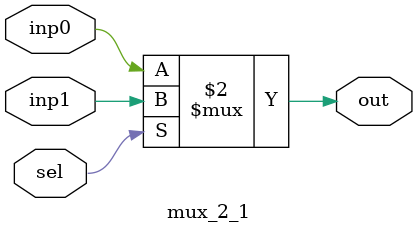
<source format=v>
`timescale 1ns / 1ps


module mux_2_1(inp0,inp1,sel,out);
input inp0,inp1,sel;
output reg out;
always@(*)
begin
out=sel?inp1:inp0;
end
endmodule

</source>
